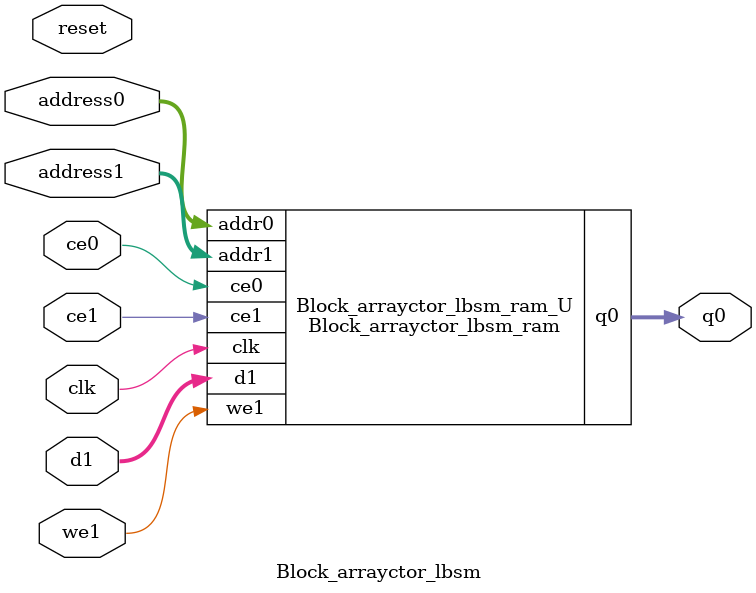
<source format=v>
`timescale 1 ns / 1 ps
module Block_arrayctor_lbsm_ram (addr0, ce0, q0, addr1, ce1, d1, we1,  clk);

parameter DWIDTH = 5;
parameter AWIDTH = 5;
parameter MEM_SIZE = 32;

input[AWIDTH-1:0] addr0;
input ce0;
output reg[DWIDTH-1:0] q0;
input[AWIDTH-1:0] addr1;
input ce1;
input[DWIDTH-1:0] d1;
input we1;
input clk;

(* ram_style = "distributed" *)reg [DWIDTH-1:0] ram[0:MEM_SIZE-1];




always @(posedge clk)  
begin 
    if (ce0) begin
        q0 <= ram[addr0];
    end
end


always @(posedge clk)  
begin 
    if (ce1) begin
        if (we1) 
            ram[addr1] <= d1; 
    end
end


endmodule

`timescale 1 ns / 1 ps
module Block_arrayctor_lbsm(
    reset,
    clk,
    address0,
    ce0,
    q0,
    address1,
    ce1,
    we1,
    d1);

parameter DataWidth = 32'd5;
parameter AddressRange = 32'd32;
parameter AddressWidth = 32'd5;
input reset;
input clk;
input[AddressWidth - 1:0] address0;
input ce0;
output[DataWidth - 1:0] q0;
input[AddressWidth - 1:0] address1;
input ce1;
input we1;
input[DataWidth - 1:0] d1;



Block_arrayctor_lbsm_ram Block_arrayctor_lbsm_ram_U(
    .clk( clk ),
    .addr0( address0 ),
    .ce0( ce0 ),
    .q0( q0 ),
    .addr1( address1 ),
    .ce1( ce1 ),
    .we1( we1 ),
    .d1( d1 ));

endmodule


</source>
